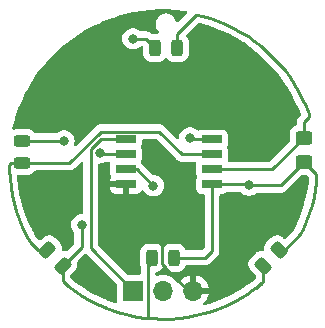
<source format=gbr>
%TF.GenerationSoftware,KiCad,Pcbnew,7.0.10*%
%TF.CreationDate,2024-09-02T03:13:39+05:30*%
%TF.ProjectId,Ki-demo,4b692d64-656d-46f2-9e6b-696361645f70,rev?*%
%TF.SameCoordinates,Original*%
%TF.FileFunction,Copper,L1,Top*%
%TF.FilePolarity,Positive*%
%FSLAX46Y46*%
G04 Gerber Fmt 4.6, Leading zero omitted, Abs format (unit mm)*
G04 Created by KiCad (PCBNEW 7.0.10) date 2024-09-02 03:13:39*
%MOMM*%
%LPD*%
G01*
G04 APERTURE LIST*
G04 Aperture macros list*
%AMRoundRect*
0 Rectangle with rounded corners*
0 $1 Rounding radius*
0 $2 $3 $4 $5 $6 $7 $8 $9 X,Y pos of 4 corners*
0 Add a 4 corners polygon primitive as box body*
4,1,4,$2,$3,$4,$5,$6,$7,$8,$9,$2,$3,0*
0 Add four circle primitives for the rounded corners*
1,1,$1+$1,$2,$3*
1,1,$1+$1,$4,$5*
1,1,$1+$1,$6,$7*
1,1,$1+$1,$8,$9*
0 Add four rect primitives between the rounded corners*
20,1,$1+$1,$2,$3,$4,$5,0*
20,1,$1+$1,$4,$5,$6,$7,0*
20,1,$1+$1,$6,$7,$8,$9,0*
20,1,$1+$1,$8,$9,$2,$3,0*%
G04 Aperture macros list end*
%TA.AperFunction,SMDPad,CuDef*%
%ADD10R,1.700000X0.650000*%
%TD*%
%TA.AperFunction,ComponentPad*%
%ADD11R,1.700000X1.700000*%
%TD*%
%TA.AperFunction,ComponentPad*%
%ADD12O,1.700000X1.700000*%
%TD*%
%TA.AperFunction,SMDPad,CuDef*%
%ADD13RoundRect,0.243750X-0.243750X-0.456250X0.243750X-0.456250X0.243750X0.456250X-0.243750X0.456250X0*%
%TD*%
%TA.AperFunction,SMDPad,CuDef*%
%ADD14RoundRect,0.243750X0.494975X0.150260X0.150260X0.494975X-0.494975X-0.150260X-0.150260X-0.494975X0*%
%TD*%
%TA.AperFunction,SMDPad,CuDef*%
%ADD15RoundRect,0.243750X0.456250X-0.243750X0.456250X0.243750X-0.456250X0.243750X-0.456250X-0.243750X0*%
%TD*%
%TA.AperFunction,SMDPad,CuDef*%
%ADD16RoundRect,0.243750X-0.150260X0.494975X-0.494975X0.150260X0.150260X-0.494975X0.494975X-0.150260X0*%
%TD*%
%TA.AperFunction,SMDPad,CuDef*%
%ADD17RoundRect,0.250000X0.450000X-0.325000X0.450000X0.325000X-0.450000X0.325000X-0.450000X-0.325000X0*%
%TD*%
%TA.AperFunction,SMDPad,CuDef*%
%ADD18RoundRect,0.243750X0.243750X0.456250X-0.243750X0.456250X-0.243750X-0.456250X0.243750X-0.456250X0*%
%TD*%
%TA.AperFunction,ViaPad*%
%ADD19C,0.800000*%
%TD*%
%TA.AperFunction,Conductor*%
%ADD20C,0.250000*%
%TD*%
G04 APERTURE END LIST*
D10*
%TO.P,U1,1,~{RESET}/PB5*%
%TO.N,R*%
X88298000Y-51943000D03*
%TO.P,U1,2,XTAL1/PB3*%
%TO.N,Net-(SW1-A)*%
X88298000Y-53213000D03*
%TO.P,U1,3,XTAL2/PB4*%
%TO.N,Net-(SW1-B)*%
X88298000Y-54483000D03*
%TO.P,U1,4,GND*%
%TO.N,GND*%
X88298000Y-55753000D03*
%TO.P,U1,5,AREF/PB0*%
%TO.N,GP0*%
X95598000Y-55753000D03*
%TO.P,U1,6,PB1*%
%TO.N,GP1*%
X95598000Y-54483000D03*
%TO.P,U1,7,PB2*%
%TO.N,GP2*%
X95598000Y-53213000D03*
%TO.P,U1,8,VCC*%
%TO.N,VCC*%
X95598000Y-51943000D03*
%TD*%
D11*
%TO.P,J1,1,Pin_1*%
%TO.N,R*%
X88915000Y-64745000D03*
D12*
%TO.P,J1,2,Pin_2*%
%TO.N,VCC*%
X91455000Y-64745000D03*
%TO.P,J1,3,Pin_3*%
%TO.N,GND*%
X93995000Y-64745000D03*
%TD*%
D13*
%TO.P,D6,1,K*%
%TO.N,Net-(D3-A)*%
X90502500Y-61976000D03*
%TO.P,D6,2,A*%
%TO.N,GP0*%
X92377500Y-61976000D03*
%TD*%
D14*
%TO.P,D5,1,K*%
%TO.N,Net-(D3-A)*%
X82958913Y-62638913D03*
%TO.P,D5,2,A*%
%TO.N,GP2*%
X81633087Y-61313087D03*
%TD*%
D15*
%TO.P,D4,1,K*%
%TO.N,GP2*%
X79502000Y-53945000D03*
%TO.P,D4,2,A*%
%TO.N,Net-(D3-A)*%
X79502000Y-52070000D03*
%TD*%
D16*
%TO.P,D3,1,K*%
%TO.N,GP0*%
X101246913Y-61313087D03*
%TO.P,D3,2,A*%
%TO.N,Net-(D3-A)*%
X99921087Y-62638913D03*
%TD*%
D17*
%TO.P,D2,1,K*%
%TO.N,GP0*%
X103378000Y-53857000D03*
%TO.P,D2,2,A*%
%TO.N,GP1*%
X103378000Y-51807000D03*
%TD*%
D18*
%TO.P,D1,1,K*%
%TO.N,GP1*%
X92631500Y-44196000D03*
%TO.P,D1,2,A*%
%TO.N,GP0*%
X90756500Y-44196000D03*
%TD*%
D19*
%TO.N,GND*%
X84836000Y-63500000D03*
X81534000Y-57150000D03*
X83058000Y-48006000D03*
X99314000Y-48514000D03*
%TO.N,GP0*%
X98721204Y-55835443D03*
X88900000Y-43433996D03*
%TO.N,Net-(SW1-B)*%
X90614459Y-55867253D03*
%TO.N,Net-(SW1-A)*%
X86106000Y-53086000D03*
%TO.N,VCC*%
X93726000Y-51816002D03*
%TO.N,Net-(D3-A)*%
X83058000Y-52070000D03*
X84569000Y-59182000D03*
%TD*%
D20*
%TO.N,GP0*%
X90756500Y-44196000D02*
X89994496Y-43433996D01*
X89994496Y-43433996D02*
X88900000Y-43433996D01*
%TO.N,VCC*%
X95598000Y-51943000D02*
X93852998Y-51943000D01*
X93852998Y-51943000D02*
X93726000Y-51816002D01*
%TO.N,GP2*%
X93043500Y-53213000D02*
X95598000Y-53213000D01*
X86168488Y-51291100D02*
X91121600Y-51291100D01*
X83514588Y-53945000D02*
X86168488Y-51291100D01*
X79502000Y-53945000D02*
X83514588Y-53945000D01*
X91121600Y-51291100D02*
X93043500Y-53213000D01*
X78575029Y-53945000D02*
X79502000Y-53945000D01*
X78424159Y-54095870D02*
X78575029Y-53945000D01*
X78427023Y-54541699D02*
X78424159Y-54095870D01*
X78470472Y-55252390D02*
X78427023Y-54541699D01*
X78552664Y-55959627D02*
X78470472Y-55252390D01*
X78673358Y-56661335D02*
X78552664Y-55959627D01*
X78832190Y-57355400D02*
X78673358Y-56661335D01*
X79028693Y-58039773D02*
X78832190Y-57355400D01*
X79532232Y-59371230D02*
X79262266Y-58712366D01*
X79262266Y-58712366D02*
X79028693Y-58039773D01*
X79837762Y-60014339D02*
X79532232Y-59371230D01*
X80154286Y-60596286D02*
X79837762Y-60014339D01*
X80871087Y-61313087D02*
X80154286Y-60596286D01*
X81633087Y-61313087D02*
X80871087Y-61313087D01*
%TO.N,GND*%
X88298000Y-56802000D02*
X88298000Y-55753000D01*
X91326800Y-59830800D02*
X88298000Y-56802000D01*
X91326800Y-62473400D02*
X91326800Y-59830800D01*
X93598400Y-64745000D02*
X91326800Y-62473400D01*
X93995000Y-64745000D02*
X93598400Y-64745000D01*
%TO.N,GP0*%
X101399557Y-55835443D02*
X103378000Y-53857000D01*
X98721204Y-55835443D02*
X101399557Y-55835443D01*
X94996000Y-61976000D02*
X92377500Y-61976000D01*
X95598000Y-55753000D02*
X95598000Y-61374000D01*
X95598000Y-61374000D02*
X94996000Y-61976000D01*
X95598000Y-55753000D02*
X98638761Y-55753000D01*
X98638761Y-55753000D02*
X98721204Y-55835443D01*
%TO.N,R*%
X86152984Y-51943000D02*
X88298000Y-51943000D01*
X85331000Y-61161000D02*
X85331000Y-52764984D01*
X85331000Y-52764984D02*
X86152984Y-51943000D01*
X88915000Y-64745000D02*
X85331000Y-61161000D01*
%TO.N,Net-(SW1-A)*%
X86233000Y-53213000D02*
X86106000Y-53086000D01*
X88298000Y-53213000D02*
X86233000Y-53213000D01*
%TO.N,Net-(D3-A)*%
X82958913Y-62638913D02*
X84569000Y-61028826D01*
X84569000Y-61028826D02*
X84569000Y-59182000D01*
%TO.N,GP1*%
X100702000Y-54483000D02*
X103378000Y-51807000D01*
X95598000Y-54483000D02*
X100702000Y-54483000D01*
X103765185Y-49826336D02*
X103837175Y-50053475D01*
X103513323Y-49160361D02*
X103765185Y-49826336D01*
X102902477Y-47874590D02*
X103225462Y-48509121D01*
X102545319Y-47258641D02*
X102902477Y-47874590D01*
X102155056Y-46663110D02*
X102545319Y-47258641D01*
X101732850Y-46089775D02*
X102155056Y-46663110D01*
X103225462Y-48509121D02*
X103513323Y-49160361D01*
X101279981Y-45540372D02*
X101732850Y-46089775D01*
X100797758Y-45016491D02*
X101279981Y-45540372D01*
X100287673Y-44519750D02*
X100797758Y-45016491D01*
X99751204Y-44051590D02*
X100287673Y-44519750D01*
X99189983Y-43613436D02*
X99751204Y-44051590D01*
X98605663Y-43206576D02*
X99189983Y-43613436D01*
X97999995Y-42832234D02*
X98605663Y-43206576D01*
X97374801Y-42491530D02*
X97999995Y-42832234D01*
X103378000Y-50512650D02*
X103378000Y-51807000D01*
X96731924Y-42185472D02*
X97374801Y-42491530D01*
X95400869Y-41680852D02*
X96073290Y-41914976D01*
X103837175Y-50053475D02*
X103378000Y-50512650D01*
X94716669Y-41483798D02*
X95400869Y-41680852D01*
X94360556Y-41402000D02*
X94716669Y-41483798D01*
X92631500Y-43004500D02*
X94234000Y-41402000D01*
X96073290Y-41914976D02*
X96731924Y-42185472D01*
X92631500Y-44196000D02*
X92631500Y-43004500D01*
X94234000Y-41402000D02*
X94360556Y-41402000D01*
%TO.N,Net-(D3-A)*%
X90170000Y-62308500D02*
X90170000Y-67067823D01*
X90502500Y-61976000D02*
X90170000Y-62308500D01*
X99232835Y-64555598D02*
X99324097Y-64490296D01*
X99017063Y-64709994D02*
X99232835Y-64555598D01*
X98745062Y-64904623D02*
X99017063Y-64709994D01*
X98552000Y-65027404D02*
X98734395Y-64911407D01*
X98734395Y-64911407D02*
X98745062Y-64904623D01*
X99324097Y-64490296D02*
X99769313Y-64133409D01*
X87543146Y-66530106D02*
X87167379Y-66410675D01*
X99921087Y-62638913D02*
X99921087Y-63975548D01*
X99921087Y-63975548D02*
X99738634Y-64158001D01*
X98144242Y-65286725D02*
X97523479Y-65635431D01*
X87167379Y-66410675D02*
X86591172Y-66192228D01*
X98552000Y-65027404D02*
X98144242Y-65286725D01*
X97523479Y-65635431D02*
X96884589Y-65949724D01*
X96884589Y-65949724D02*
X96229485Y-66228659D01*
X96229485Y-66228659D02*
X96049310Y-66294000D01*
X96049310Y-66294000D02*
X96012000Y-66294000D01*
X96012000Y-66294000D02*
X95990770Y-66315230D01*
X91198251Y-67123329D02*
X91192245Y-67129335D01*
X95990770Y-66315230D02*
X95560147Y-66471397D01*
X95560147Y-66471397D02*
X94878519Y-66677229D01*
X94878519Y-66677229D02*
X94186689Y-66845527D01*
X89937971Y-67047074D02*
X89233318Y-66945021D01*
X94186689Y-66845527D02*
X93486687Y-66975795D01*
X93486687Y-66975795D02*
X92780637Y-67067640D01*
X92780637Y-67067640D02*
X92070614Y-67120791D01*
X92070614Y-67120791D02*
X91944251Y-67123329D01*
X91944251Y-67123329D02*
X91198251Y-67123329D01*
X91192245Y-67129335D02*
X90647143Y-67110492D01*
X88535281Y-66804639D02*
X87985773Y-66662512D01*
X90647143Y-67110492D02*
X89937971Y-67047074D01*
X89233318Y-66945021D02*
X88535281Y-66804639D01*
X87985773Y-66662512D02*
X87845960Y-66626350D01*
X87845960Y-66626350D02*
X87543146Y-66530106D01*
X86591172Y-66192228D02*
X86501622Y-66158278D01*
X86501622Y-66158278D02*
X85850622Y-65869892D01*
X85850622Y-65869892D02*
X85521480Y-65702018D01*
X83432489Y-64375323D02*
X82958913Y-63901747D01*
X84005467Y-64797983D02*
X83432489Y-64375323D01*
X82958913Y-63901747D02*
X82958913Y-62638913D01*
X84600680Y-65188729D02*
X84005467Y-64797983D01*
X85216348Y-65546390D02*
X84600680Y-65188729D01*
X86490003Y-66153131D02*
X85850622Y-65869892D01*
X85850622Y-65869892D02*
X85216348Y-65546390D01*
%TO.N,GP0*%
X101754900Y-61313100D02*
X101246900Y-61313100D01*
X103074222Y-59993778D02*
X101754900Y-61313100D01*
X103296352Y-59543155D02*
X103074222Y-59993778D01*
X103575815Y-58888286D02*
X103296352Y-59543155D01*
X103819107Y-58219114D02*
X103575815Y-58888286D01*
X104194346Y-56845966D02*
X104025477Y-57537701D01*
X104394000Y-55620339D02*
X104325173Y-56146108D01*
X104394000Y-54873000D02*
X104394000Y-55620339D01*
X104025477Y-57537701D02*
X103819107Y-58219114D01*
X103378000Y-53857000D02*
X104394000Y-54873000D01*
X104325173Y-56146108D02*
X104194346Y-56845966D01*
%TO.N,Net-(D3-A)*%
X79677500Y-52070000D02*
X79502000Y-51894500D01*
X83058000Y-52070000D02*
X79677500Y-52070000D01*
%TO.N,Net-(SW1-B)*%
X89230206Y-54483000D02*
X88298000Y-54483000D01*
X90614459Y-55867253D02*
X89230206Y-54483000D01*
%TO.N,Net-(D3-A)*%
X90223400Y-62255100D02*
X90502500Y-61976000D01*
X90223400Y-62638900D02*
X90223400Y-62255100D01*
%TD*%
%TA.AperFunction,Conductor*%
%TO.N,GND*%
G36*
X103584585Y-54952184D02*
G01*
X103605222Y-54968813D01*
X103732182Y-55095772D01*
X103765666Y-55157093D01*
X103768500Y-55183452D01*
X103768500Y-55571488D01*
X103767451Y-55587583D01*
X103707623Y-56044600D01*
X103706561Y-56051290D01*
X103583258Y-56710904D01*
X103581831Y-56717527D01*
X103422681Y-57369447D01*
X103420896Y-57375981D01*
X103226396Y-58018202D01*
X103224256Y-58024629D01*
X102994962Y-58655303D01*
X102992474Y-58661604D01*
X102729078Y-59278824D01*
X102726250Y-59284980D01*
X102567921Y-59606172D01*
X102544381Y-59639027D01*
X101844920Y-60338489D01*
X101783597Y-60371974D01*
X101713906Y-60366990D01*
X101669558Y-60338489D01*
X101587846Y-60256777D01*
X101571902Y-60243789D01*
X101508410Y-60192067D01*
X101352934Y-60113985D01*
X101183643Y-60073862D01*
X101009662Y-60073862D01*
X100896801Y-60100610D01*
X100840370Y-60113985D01*
X100762633Y-60153026D01*
X100684896Y-60192067D01*
X100672455Y-60202202D01*
X100605459Y-60256777D01*
X100190603Y-60671633D01*
X100158248Y-60711352D01*
X100125893Y-60751070D01*
X100098279Y-60806054D01*
X100047811Y-60906544D01*
X100007688Y-61075837D01*
X100007688Y-61249817D01*
X100007880Y-61250628D01*
X100007849Y-61251202D01*
X100008526Y-61256990D01*
X100007536Y-61257105D01*
X100004185Y-61320400D01*
X99963355Y-61377098D01*
X99898353Y-61402721D01*
X99865012Y-61400336D01*
X99864990Y-61400526D01*
X99860780Y-61400033D01*
X99858628Y-61399880D01*
X99857818Y-61399688D01*
X99857817Y-61399688D01*
X99683836Y-61399688D01*
X99588944Y-61422178D01*
X99514544Y-61439811D01*
X99454131Y-61470152D01*
X99359070Y-61517893D01*
X99319788Y-61549893D01*
X99279633Y-61582603D01*
X98864777Y-61997459D01*
X98832422Y-62037178D01*
X98800067Y-62076896D01*
X98761026Y-62154633D01*
X98721985Y-62232370D01*
X98721985Y-62232371D01*
X98681862Y-62401662D01*
X98681862Y-62575643D01*
X98721985Y-62744934D01*
X98800067Y-62900410D01*
X98864369Y-62979345D01*
X98864777Y-62979846D01*
X99259268Y-63374337D01*
X99292753Y-63435660D01*
X99295587Y-63462018D01*
X99295587Y-63651967D01*
X99275902Y-63719006D01*
X99249144Y-63748719D01*
X98948853Y-63989433D01*
X98943454Y-63993524D01*
X98840815Y-64066967D01*
X98840813Y-64066969D01*
X98687142Y-64176930D01*
X98687140Y-64176931D01*
X98397730Y-64384015D01*
X98392117Y-64387804D01*
X98283013Y-64457192D01*
X98283012Y-64457193D01*
X98283010Y-64457194D01*
X98212704Y-64501905D01*
X97825845Y-64747934D01*
X97820032Y-64751411D01*
X97235006Y-65080044D01*
X97229012Y-65083200D01*
X96626871Y-65379415D01*
X96620712Y-65382238D01*
X96003279Y-65645133D01*
X95996977Y-65647615D01*
X95952039Y-65663912D01*
X95921049Y-65669862D01*
X95921082Y-65670069D01*
X95914751Y-65671071D01*
X95913673Y-65671279D01*
X95913387Y-65671288D01*
X95913366Y-65671291D01*
X95894126Y-65676880D01*
X95875087Y-65680823D01*
X95855217Y-65683334D01*
X95855203Y-65683337D01*
X95814598Y-65699413D01*
X95803554Y-65703194D01*
X95761614Y-65715379D01*
X95761608Y-65715382D01*
X95744363Y-65725580D01*
X95726907Y-65734132D01*
X95708270Y-65741512D01*
X95708264Y-65741515D01*
X95692729Y-65752802D01*
X95662124Y-65769051D01*
X95366147Y-65876388D01*
X95359718Y-65878523D01*
X94988472Y-65990629D01*
X94918604Y-65991164D01*
X94859538Y-65953842D01*
X94830027Y-65890510D01*
X94839440Y-65821278D01*
X94864945Y-65784242D01*
X95033105Y-65616082D01*
X95168600Y-65422578D01*
X95268429Y-65208492D01*
X95268432Y-65208486D01*
X95325636Y-64995000D01*
X94428686Y-64995000D01*
X94454493Y-64954844D01*
X94495000Y-64816889D01*
X94495000Y-64673111D01*
X94454493Y-64535156D01*
X94428686Y-64495000D01*
X95325636Y-64495000D01*
X95325635Y-64494999D01*
X95268432Y-64281513D01*
X95268429Y-64281507D01*
X95168600Y-64067422D01*
X95168599Y-64067420D01*
X95033113Y-63873926D01*
X95033108Y-63873920D01*
X94866082Y-63706894D01*
X94672578Y-63571399D01*
X94458492Y-63471570D01*
X94458486Y-63471567D01*
X94245000Y-63414364D01*
X94245000Y-64309498D01*
X94137315Y-64260320D01*
X94030763Y-64245000D01*
X93959237Y-64245000D01*
X93852685Y-64260320D01*
X93745000Y-64309498D01*
X93745000Y-63414364D01*
X93744999Y-63414364D01*
X93531513Y-63471567D01*
X93531507Y-63471570D01*
X93317422Y-63571399D01*
X93317420Y-63571400D01*
X93123926Y-63706886D01*
X93123920Y-63706891D01*
X92956891Y-63873920D01*
X92956890Y-63873922D01*
X92826880Y-64059595D01*
X92772303Y-64103219D01*
X92702804Y-64110412D01*
X92640450Y-64078890D01*
X92623730Y-64059594D01*
X92493494Y-63873597D01*
X92326402Y-63706506D01*
X92326395Y-63706501D01*
X92132834Y-63570967D01*
X92132830Y-63570965D01*
X91960594Y-63490650D01*
X91918663Y-63471097D01*
X91918659Y-63471096D01*
X91918655Y-63471094D01*
X91690413Y-63409938D01*
X91690403Y-63409936D01*
X91455001Y-63389341D01*
X91454999Y-63389341D01*
X91219596Y-63409936D01*
X91219586Y-63409938D01*
X90991344Y-63471094D01*
X90991334Y-63471098D01*
X90971903Y-63480159D01*
X90902825Y-63490650D01*
X90839042Y-63462129D01*
X90800803Y-63403652D01*
X90795500Y-63367776D01*
X90795500Y-63288245D01*
X90815185Y-63221206D01*
X90867989Y-63175451D01*
X90893555Y-63166990D01*
X90897769Y-63166087D01*
X90897775Y-63166087D01*
X91062925Y-63111362D01*
X91211003Y-63020026D01*
X91334026Y-62897003D01*
X91334458Y-62896301D01*
X91334881Y-62895921D01*
X91338507Y-62891336D01*
X91339290Y-62891955D01*
X91386402Y-62849575D01*
X91455364Y-62838349D01*
X91519448Y-62866188D01*
X91541342Y-62891455D01*
X91541493Y-62891336D01*
X91544143Y-62894687D01*
X91545540Y-62896299D01*
X91545972Y-62896999D01*
X91545975Y-62897004D01*
X91668996Y-63020025D01*
X91669000Y-63020028D01*
X91817066Y-63111357D01*
X91817069Y-63111358D01*
X91817075Y-63111362D01*
X91982225Y-63166087D01*
X92084152Y-63176500D01*
X92084157Y-63176500D01*
X92670843Y-63176500D01*
X92670848Y-63176500D01*
X92772775Y-63166087D01*
X92937925Y-63111362D01*
X93086003Y-63020026D01*
X93209026Y-62897003D01*
X93300362Y-62748925D01*
X93321049Y-62686495D01*
X93360822Y-62629051D01*
X93425338Y-62602228D01*
X93438755Y-62601500D01*
X94913257Y-62601500D01*
X94928877Y-62603224D01*
X94928904Y-62602939D01*
X94936660Y-62603671D01*
X94936667Y-62603673D01*
X95003873Y-62601561D01*
X95007768Y-62601500D01*
X95035346Y-62601500D01*
X95035350Y-62601500D01*
X95039324Y-62600997D01*
X95050963Y-62600080D01*
X95094627Y-62598709D01*
X95113869Y-62593117D01*
X95132912Y-62589174D01*
X95152792Y-62586664D01*
X95193401Y-62570585D01*
X95204444Y-62566803D01*
X95246390Y-62554618D01*
X95263629Y-62544422D01*
X95281103Y-62535862D01*
X95299727Y-62528488D01*
X95299727Y-62528487D01*
X95299732Y-62528486D01*
X95335083Y-62502800D01*
X95344814Y-62496408D01*
X95382420Y-62474170D01*
X95396589Y-62459999D01*
X95411379Y-62447368D01*
X95427587Y-62435594D01*
X95455438Y-62401926D01*
X95463279Y-62393309D01*
X95981786Y-61874802D01*
X95994048Y-61864980D01*
X95993865Y-61864759D01*
X95999868Y-61859791D01*
X95999877Y-61859786D01*
X96045934Y-61810739D01*
X96048582Y-61808006D01*
X96068120Y-61788470D01*
X96070570Y-61785310D01*
X96078154Y-61776429D01*
X96108062Y-61744582D01*
X96117714Y-61727023D01*
X96128389Y-61710772D01*
X96140674Y-61694936D01*
X96158030Y-61654825D01*
X96163161Y-61644354D01*
X96184194Y-61606098D01*
X96184194Y-61606097D01*
X96184197Y-61606092D01*
X96189180Y-61586680D01*
X96195477Y-61568291D01*
X96203438Y-61549895D01*
X96210270Y-61506748D01*
X96212639Y-61495316D01*
X96215374Y-61484662D01*
X96223500Y-61453019D01*
X96223500Y-61432983D01*
X96225027Y-61413582D01*
X96226113Y-61406726D01*
X96228160Y-61393804D01*
X96224050Y-61350324D01*
X96223500Y-61338655D01*
X96223500Y-56702499D01*
X96243185Y-56635460D01*
X96295989Y-56589705D01*
X96347500Y-56578499D01*
X96495871Y-56578499D01*
X96495872Y-56578499D01*
X96555483Y-56572091D01*
X96690331Y-56521796D01*
X96805546Y-56435546D01*
X96811052Y-56428191D01*
X96866985Y-56386319D01*
X96910320Y-56378500D01*
X97943224Y-56378500D01*
X98010263Y-56398185D01*
X98035373Y-56419527D01*
X98049476Y-56435190D01*
X98115333Y-56508331D01*
X98115339Y-56508336D01*
X98268469Y-56619591D01*
X98268474Y-56619594D01*
X98441396Y-56696585D01*
X98441401Y-56696587D01*
X98626558Y-56735943D01*
X98626559Y-56735943D01*
X98815848Y-56735943D01*
X98815850Y-56735943D01*
X99001007Y-56696587D01*
X99173934Y-56619594D01*
X99327075Y-56508331D01*
X99329992Y-56505090D01*
X99332804Y-56501969D01*
X99392291Y-56465322D01*
X99424952Y-56460943D01*
X101316814Y-56460943D01*
X101332434Y-56462667D01*
X101332461Y-56462382D01*
X101340217Y-56463114D01*
X101340224Y-56463116D01*
X101407430Y-56461004D01*
X101411325Y-56460943D01*
X101438903Y-56460943D01*
X101438907Y-56460943D01*
X101442881Y-56460440D01*
X101454520Y-56459523D01*
X101498184Y-56458152D01*
X101517426Y-56452560D01*
X101536469Y-56448617D01*
X101556349Y-56446107D01*
X101596958Y-56430028D01*
X101608001Y-56426246D01*
X101649947Y-56414061D01*
X101667186Y-56403865D01*
X101684660Y-56395305D01*
X101703284Y-56387931D01*
X101703284Y-56387930D01*
X101703289Y-56387929D01*
X101738640Y-56362243D01*
X101748371Y-56355851D01*
X101785977Y-56333613D01*
X101800146Y-56319442D01*
X101814936Y-56306811D01*
X101831144Y-56295037D01*
X101858995Y-56261369D01*
X101866836Y-56252752D01*
X103150771Y-54968818D01*
X103212094Y-54935333D01*
X103238452Y-54932499D01*
X103517546Y-54932499D01*
X103584585Y-54952184D01*
G37*
%TD.AperFunction*%
%TA.AperFunction,Conductor*%
G36*
X84927246Y-61657682D02*
G01*
X84971593Y-61686183D01*
X87528181Y-64242771D01*
X87561666Y-64304094D01*
X87564500Y-64330452D01*
X87564500Y-65642870D01*
X87564501Y-65642879D01*
X87570637Y-65699960D01*
X87558230Y-65768719D01*
X87510618Y-65819855D01*
X87442918Y-65837133D01*
X87409788Y-65831387D01*
X87376364Y-65820764D01*
X87369966Y-65818536D01*
X86788423Y-65598066D01*
X86788417Y-65598063D01*
X86742500Y-65580655D01*
X86736235Y-65578082D01*
X86122695Y-65306291D01*
X86116579Y-65303379D01*
X85770621Y-65126929D01*
X85770619Y-65126927D01*
X85518780Y-64998481D01*
X85512840Y-64995244D01*
X84932594Y-64658160D01*
X84926836Y-64654602D01*
X84365826Y-64286309D01*
X84360292Y-64282456D01*
X83849074Y-63905353D01*
X83835002Y-63893246D01*
X83620732Y-63678975D01*
X83587247Y-63617652D01*
X83584413Y-63591294D01*
X83584413Y-63462018D01*
X83604098Y-63394979D01*
X83620732Y-63374337D01*
X83773863Y-63221206D01*
X84015223Y-62979846D01*
X84079933Y-62900410D01*
X84158015Y-62744934D01*
X84198138Y-62575643D01*
X84198138Y-62401662D01*
X84191608Y-62374111D01*
X84195298Y-62304341D01*
X84224581Y-62257833D01*
X84796235Y-61686180D01*
X84857554Y-61652698D01*
X84927246Y-61657682D01*
G37*
%TD.AperFunction*%
%TA.AperFunction,Conductor*%
G36*
X90878187Y-51936285D02*
G01*
X90898829Y-51952919D01*
X92542697Y-53596788D01*
X92552522Y-53609051D01*
X92552743Y-53608869D01*
X92557711Y-53614874D01*
X92606722Y-53660899D01*
X92609521Y-53663612D01*
X92629022Y-53683114D01*
X92629026Y-53683117D01*
X92629029Y-53683120D01*
X92632202Y-53685581D01*
X92641074Y-53693159D01*
X92672918Y-53723062D01*
X92690476Y-53732714D01*
X92706733Y-53743393D01*
X92722564Y-53755673D01*
X92752303Y-53768542D01*
X92762652Y-53773021D01*
X92773141Y-53778160D01*
X92790560Y-53787736D01*
X92811408Y-53799197D01*
X92824023Y-53802435D01*
X92830805Y-53804177D01*
X92849219Y-53810481D01*
X92867604Y-53818438D01*
X92910761Y-53825273D01*
X92922156Y-53827632D01*
X92964481Y-53838500D01*
X92984516Y-53838500D01*
X93003913Y-53840026D01*
X93023696Y-53843160D01*
X93067175Y-53839050D01*
X93078844Y-53838500D01*
X94154393Y-53838500D01*
X94221432Y-53858185D01*
X94267187Y-53910989D01*
X94277131Y-53980147D01*
X94270575Y-54005833D01*
X94256541Y-54043461D01*
X94253909Y-54050517D01*
X94247500Y-54110127D01*
X94247500Y-54110134D01*
X94247500Y-54110135D01*
X94247500Y-54855870D01*
X94247501Y-54855876D01*
X94253908Y-54915483D01*
X94304202Y-55050328D01*
X94308454Y-55058114D01*
X94305280Y-55059846D01*
X94323659Y-55109302D01*
X94308725Y-55177557D01*
X94308117Y-55178502D01*
X94304202Y-55185671D01*
X94253910Y-55320513D01*
X94253909Y-55320517D01*
X94247500Y-55380127D01*
X94247500Y-55380134D01*
X94247500Y-55380135D01*
X94247500Y-56125870D01*
X94247501Y-56125876D01*
X94253908Y-56185483D01*
X94304202Y-56320328D01*
X94304206Y-56320335D01*
X94390452Y-56435544D01*
X94390455Y-56435547D01*
X94505664Y-56521793D01*
X94505671Y-56521797D01*
X94541454Y-56535143D01*
X94640517Y-56572091D01*
X94700127Y-56578500D01*
X94848500Y-56578499D01*
X94915539Y-56598183D01*
X94961294Y-56650987D01*
X94972500Y-56702499D01*
X94972500Y-61063547D01*
X94952815Y-61130586D01*
X94936181Y-61151228D01*
X94773228Y-61314181D01*
X94711905Y-61347666D01*
X94685547Y-61350500D01*
X93438755Y-61350500D01*
X93371716Y-61330815D01*
X93325961Y-61278011D01*
X93321049Y-61265504D01*
X93316310Y-61251202D01*
X93300362Y-61203075D01*
X93300356Y-61203066D01*
X93209028Y-61055000D01*
X93209025Y-61054996D01*
X93086003Y-60931974D01*
X93085999Y-60931971D01*
X92937933Y-60840642D01*
X92937927Y-60840639D01*
X92937925Y-60840638D01*
X92833557Y-60806054D01*
X92772776Y-60785913D01*
X92670855Y-60775500D01*
X92670848Y-60775500D01*
X92084152Y-60775500D01*
X92084144Y-60775500D01*
X91982223Y-60785913D01*
X91817077Y-60840637D01*
X91817066Y-60840642D01*
X91669000Y-60931971D01*
X91668996Y-60931974D01*
X91545974Y-61054996D01*
X91545971Y-61055000D01*
X91545538Y-61055703D01*
X91545114Y-61056083D01*
X91541493Y-61060664D01*
X91540710Y-61060045D01*
X91493590Y-61102428D01*
X91424628Y-61113649D01*
X91360546Y-61085806D01*
X91338657Y-61060544D01*
X91338507Y-61060664D01*
X91335859Y-61057315D01*
X91334462Y-61055703D01*
X91334028Y-61055000D01*
X91334025Y-61054996D01*
X91211003Y-60931974D01*
X91210999Y-60931971D01*
X91062933Y-60840642D01*
X91062927Y-60840639D01*
X91062925Y-60840638D01*
X90958557Y-60806054D01*
X90897776Y-60785913D01*
X90795855Y-60775500D01*
X90795848Y-60775500D01*
X90209152Y-60775500D01*
X90209144Y-60775500D01*
X90107223Y-60785913D01*
X89942077Y-60840637D01*
X89942066Y-60840642D01*
X89794000Y-60931971D01*
X89793996Y-60931974D01*
X89670974Y-61054996D01*
X89670971Y-61055000D01*
X89579642Y-61203066D01*
X89579637Y-61203077D01*
X89524913Y-61368223D01*
X89514500Y-61470144D01*
X89514500Y-62481857D01*
X89524912Y-62583768D01*
X89524913Y-62583776D01*
X89538206Y-62623889D01*
X89544500Y-62662893D01*
X89544500Y-63270500D01*
X89524815Y-63337539D01*
X89472011Y-63383294D01*
X89420500Y-63394500D01*
X88500453Y-63394500D01*
X88433414Y-63374815D01*
X88412772Y-63358181D01*
X85992819Y-60938228D01*
X85959334Y-60876905D01*
X85956500Y-60850547D01*
X85956500Y-56003000D01*
X86948000Y-56003000D01*
X86948000Y-56125844D01*
X86954401Y-56185372D01*
X86954403Y-56185379D01*
X87004645Y-56320086D01*
X87004649Y-56320093D01*
X87090809Y-56435187D01*
X87090812Y-56435190D01*
X87205906Y-56521350D01*
X87205913Y-56521354D01*
X87340620Y-56571596D01*
X87340627Y-56571598D01*
X87400155Y-56577999D01*
X87400172Y-56578000D01*
X88048000Y-56578000D01*
X88048000Y-56003000D01*
X86948000Y-56003000D01*
X85956500Y-56003000D01*
X85956500Y-54110500D01*
X85976185Y-54043461D01*
X86028989Y-53997706D01*
X86080500Y-53986500D01*
X86200644Y-53986500D01*
X86200646Y-53986500D01*
X86385803Y-53947144D01*
X86558730Y-53870151D01*
X86569698Y-53862181D01*
X86635504Y-53838702D01*
X86642584Y-53838500D01*
X86854393Y-53838500D01*
X86921432Y-53858185D01*
X86967187Y-53910989D01*
X86977131Y-53980147D01*
X86970575Y-54005833D01*
X86956541Y-54043461D01*
X86953909Y-54050517D01*
X86947500Y-54110127D01*
X86947500Y-54110134D01*
X86947500Y-54110135D01*
X86947500Y-54855870D01*
X86947501Y-54855876D01*
X86953908Y-54915483D01*
X87004202Y-55050327D01*
X87008452Y-55058109D01*
X87005394Y-55059778D01*
X87023963Y-55109594D01*
X87009098Y-55177864D01*
X87008717Y-55178457D01*
X87004645Y-55185913D01*
X86954403Y-55320620D01*
X86954401Y-55320627D01*
X86948000Y-55380155D01*
X86948000Y-55503000D01*
X88424000Y-55503000D01*
X88491039Y-55522685D01*
X88536794Y-55575489D01*
X88548000Y-55627000D01*
X88548000Y-56578000D01*
X89195828Y-56578000D01*
X89195844Y-56577999D01*
X89255372Y-56571598D01*
X89255379Y-56571596D01*
X89390086Y-56521354D01*
X89390093Y-56521350D01*
X89505187Y-56435190D01*
X89505190Y-56435187D01*
X89591350Y-56320093D01*
X89591351Y-56320091D01*
X89595431Y-56309153D01*
X89637301Y-56253218D01*
X89702764Y-56228798D01*
X89771038Y-56243647D01*
X89819002Y-56290482D01*
X89881924Y-56399467D01*
X90008588Y-56540141D01*
X90161724Y-56651401D01*
X90161729Y-56651404D01*
X90334651Y-56728395D01*
X90334656Y-56728397D01*
X90519813Y-56767753D01*
X90519814Y-56767753D01*
X90709103Y-56767753D01*
X90709105Y-56767753D01*
X90894262Y-56728397D01*
X91067189Y-56651404D01*
X91220330Y-56540141D01*
X91346992Y-56399469D01*
X91441638Y-56235537D01*
X91500133Y-56055509D01*
X91519919Y-55867253D01*
X91500133Y-55678997D01*
X91441638Y-55498969D01*
X91346992Y-55335037D01*
X91220330Y-55194365D01*
X91220329Y-55194364D01*
X91067193Y-55083104D01*
X91067188Y-55083101D01*
X90894266Y-55006110D01*
X90894261Y-55006108D01*
X90748460Y-54975118D01*
X90709105Y-54966753D01*
X90709104Y-54966753D01*
X90649912Y-54966753D01*
X90582873Y-54947068D01*
X90562231Y-54930434D01*
X89731009Y-54099212D01*
X89721186Y-54086950D01*
X89720965Y-54087134D01*
X89715992Y-54081122D01*
X89666982Y-54035099D01*
X89664183Y-54032386D01*
X89644682Y-54012884D01*
X89643222Y-54011597D01*
X89642840Y-54011042D01*
X89641921Y-54010123D01*
X89642090Y-54009953D01*
X89609045Y-53961919D01*
X89591796Y-53915669D01*
X89591790Y-53915661D01*
X89587545Y-53907885D01*
X89590755Y-53906131D01*
X89572361Y-53857001D01*
X89587127Y-53788709D01*
X89587752Y-53787736D01*
X89591797Y-53780329D01*
X89613157Y-53723059D01*
X89642091Y-53645483D01*
X89648500Y-53585873D01*
X89648499Y-52840128D01*
X89642091Y-52780517D01*
X89641340Y-52778503D01*
X89591797Y-52645670D01*
X89587547Y-52637888D01*
X89590757Y-52636134D01*
X89572361Y-52587001D01*
X89587127Y-52518709D01*
X89587752Y-52517736D01*
X89591797Y-52510329D01*
X89605285Y-52474164D01*
X89642091Y-52375483D01*
X89648500Y-52315873D01*
X89648499Y-52040598D01*
X89668183Y-51973561D01*
X89720987Y-51927806D01*
X89772499Y-51916600D01*
X90811148Y-51916600D01*
X90878187Y-51936285D01*
G37*
%TD.AperFunction*%
%TA.AperFunction,Conductor*%
G36*
X84624834Y-53821857D02*
G01*
X84680767Y-53863729D01*
X84705184Y-53929193D01*
X84705500Y-53938039D01*
X84705500Y-58157500D01*
X84685815Y-58224539D01*
X84633011Y-58270294D01*
X84581500Y-58281500D01*
X84474354Y-58281500D01*
X84441897Y-58288398D01*
X84289197Y-58320855D01*
X84289192Y-58320857D01*
X84116270Y-58397848D01*
X84116265Y-58397851D01*
X83963129Y-58509111D01*
X83836466Y-58649785D01*
X83741821Y-58813715D01*
X83741818Y-58813722D01*
X83683327Y-58993740D01*
X83683326Y-58993744D01*
X83663540Y-59182000D01*
X83683326Y-59370256D01*
X83683327Y-59370259D01*
X83741818Y-59550277D01*
X83741821Y-59550284D01*
X83836467Y-59714216D01*
X83853800Y-59733466D01*
X83911650Y-59797715D01*
X83941880Y-59860706D01*
X83943500Y-59880687D01*
X83943500Y-60718373D01*
X83923815Y-60785412D01*
X83907181Y-60806054D01*
X83339993Y-61373241D01*
X83278670Y-61406726D01*
X83223717Y-61406218D01*
X83196164Y-61399688D01*
X83022183Y-61399688D01*
X83022182Y-61399688D01*
X83021367Y-61399881D01*
X83020789Y-61399850D01*
X83015010Y-61400526D01*
X83014894Y-61399538D01*
X82951596Y-61396184D01*
X82894899Y-61355352D01*
X82869277Y-61290350D01*
X82871663Y-61257012D01*
X82871474Y-61256990D01*
X82871968Y-61252763D01*
X82872121Y-61250621D01*
X82872312Y-61249817D01*
X82872312Y-61075836D01*
X82832189Y-60906545D01*
X82754107Y-60751070D01*
X82689397Y-60671634D01*
X82274540Y-60256777D01*
X82195104Y-60192067D01*
X82039629Y-60113985D01*
X81870338Y-60073862D01*
X81696357Y-60073862D01*
X81583496Y-60100610D01*
X81527065Y-60113985D01*
X81371590Y-60192067D01*
X81292153Y-60256777D01*
X81083441Y-60465489D01*
X81022118Y-60498974D01*
X80952426Y-60493990D01*
X80908079Y-60465489D01*
X80814564Y-60371974D01*
X80673226Y-60230635D01*
X80651977Y-60202202D01*
X80603995Y-60113985D01*
X80397025Y-59733460D01*
X80393956Y-59727429D01*
X80318342Y-59568269D01*
X80105994Y-59121300D01*
X80103273Y-59115145D01*
X79848823Y-58494147D01*
X79846431Y-58487822D01*
X79626285Y-57853893D01*
X79624255Y-57847486D01*
X79439040Y-57202428D01*
X79437365Y-57195930D01*
X79287668Y-56541782D01*
X79286339Y-56535143D01*
X79172581Y-55873763D01*
X79171618Y-55867085D01*
X79094151Y-55200504D01*
X79093555Y-55193773D01*
X79093074Y-55185913D01*
X79085656Y-55064565D01*
X79101213Y-54996451D01*
X79151127Y-54947559D01*
X79209425Y-54933000D01*
X80007843Y-54933000D01*
X80007848Y-54933000D01*
X80109775Y-54922587D01*
X80274925Y-54867862D01*
X80423003Y-54776526D01*
X80546026Y-54653503D01*
X80560891Y-54629403D01*
X80612837Y-54582679D01*
X80666429Y-54570500D01*
X83431845Y-54570500D01*
X83447465Y-54572224D01*
X83447492Y-54571939D01*
X83455248Y-54572671D01*
X83455255Y-54572673D01*
X83522461Y-54570561D01*
X83526356Y-54570500D01*
X83553934Y-54570500D01*
X83553938Y-54570500D01*
X83557912Y-54569997D01*
X83569551Y-54569080D01*
X83613215Y-54567709D01*
X83632457Y-54562117D01*
X83651500Y-54558174D01*
X83671380Y-54555664D01*
X83711989Y-54539585D01*
X83723032Y-54535803D01*
X83764978Y-54523618D01*
X83782217Y-54513422D01*
X83799691Y-54504862D01*
X83818315Y-54497488D01*
X83818315Y-54497487D01*
X83818320Y-54497486D01*
X83853671Y-54471800D01*
X83863402Y-54465408D01*
X83901008Y-54443170D01*
X83915177Y-54428999D01*
X83929967Y-54416368D01*
X83946175Y-54404594D01*
X83974026Y-54370926D01*
X83981867Y-54362309D01*
X84493820Y-53850357D01*
X84555142Y-53816873D01*
X84624834Y-53821857D01*
G37*
%TD.AperFunction*%
%TA.AperFunction,Conductor*%
G36*
X91819072Y-40946660D02*
G01*
X92536433Y-40986239D01*
X92543219Y-40986802D01*
X93257295Y-41065835D01*
X93264015Y-41066766D01*
X93386880Y-41087269D01*
X93449763Y-41117719D01*
X93486202Y-41177333D01*
X93484627Y-41247185D01*
X93454149Y-41297258D01*
X92753534Y-41997873D01*
X92692211Y-42031358D01*
X92622519Y-42026374D01*
X92566586Y-41984502D01*
X92547922Y-41948510D01*
X92543244Y-41934113D01*
X92501171Y-41804624D01*
X92408814Y-41644657D01*
X92360403Y-41590892D01*
X92285221Y-41507392D01*
X92285218Y-41507390D01*
X92285217Y-41507389D01*
X92285216Y-41507388D01*
X92135780Y-41398815D01*
X92135779Y-41398814D01*
X91967040Y-41323686D01*
X91967034Y-41323684D01*
X91824760Y-41293443D01*
X91786357Y-41285281D01*
X91601643Y-41285281D01*
X91569971Y-41292012D01*
X91420965Y-41323684D01*
X91420960Y-41323686D01*
X91252221Y-41398814D01*
X91102781Y-41507390D01*
X91102778Y-41507392D01*
X90979185Y-41644658D01*
X90886829Y-41804623D01*
X90886826Y-41804629D01*
X90829750Y-41980293D01*
X90829749Y-41980295D01*
X90810441Y-42164000D01*
X90829749Y-42347704D01*
X90829750Y-42347706D01*
X90886826Y-42523370D01*
X90886829Y-42523376D01*
X90979186Y-42683343D01*
X91023856Y-42732954D01*
X91073895Y-42788528D01*
X91104125Y-42851519D01*
X91095500Y-42920855D01*
X91050758Y-42974520D01*
X90984106Y-42995478D01*
X90981745Y-42995500D01*
X90491693Y-42995500D01*
X90424654Y-42975815D01*
X90409687Y-42964510D01*
X90408979Y-42963886D01*
X90408970Y-42963879D01*
X90408967Y-42963876D01*
X90405782Y-42961405D01*
X90396930Y-42953844D01*
X90365078Y-42923934D01*
X90365076Y-42923932D01*
X90365073Y-42923931D01*
X90347525Y-42914284D01*
X90331259Y-42903600D01*
X90315942Y-42891719D01*
X90315432Y-42891323D01*
X90315431Y-42891322D01*
X90315428Y-42891320D01*
X90275345Y-42873974D01*
X90264859Y-42868837D01*
X90226590Y-42847799D01*
X90226588Y-42847798D01*
X90207189Y-42842818D01*
X90188777Y-42836514D01*
X90170394Y-42828558D01*
X90170388Y-42828556D01*
X90127256Y-42821725D01*
X90115818Y-42819357D01*
X90073516Y-42808496D01*
X90073515Y-42808496D01*
X90053480Y-42808496D01*
X90034082Y-42806969D01*
X90026658Y-42805793D01*
X90014301Y-42803836D01*
X90014300Y-42803836D01*
X89970821Y-42807946D01*
X89959152Y-42808496D01*
X89603748Y-42808496D01*
X89536709Y-42788811D01*
X89511600Y-42767470D01*
X89505873Y-42761110D01*
X89505869Y-42761106D01*
X89352734Y-42649847D01*
X89352729Y-42649844D01*
X89179807Y-42572853D01*
X89179802Y-42572851D01*
X89034001Y-42541861D01*
X88994646Y-42533496D01*
X88805354Y-42533496D01*
X88772897Y-42540394D01*
X88620197Y-42572851D01*
X88620192Y-42572853D01*
X88447270Y-42649844D01*
X88447265Y-42649847D01*
X88294129Y-42761107D01*
X88167466Y-42901781D01*
X88072821Y-43065711D01*
X88072818Y-43065718D01*
X88014327Y-43245736D01*
X88014326Y-43245740D01*
X87994540Y-43433996D01*
X88014326Y-43622252D01*
X88014327Y-43622255D01*
X88072818Y-43802273D01*
X88072821Y-43802280D01*
X88167467Y-43966212D01*
X88269185Y-44079181D01*
X88294129Y-44106884D01*
X88447265Y-44218144D01*
X88447270Y-44218147D01*
X88620192Y-44295138D01*
X88620197Y-44295140D01*
X88805354Y-44334496D01*
X88805355Y-44334496D01*
X88994644Y-44334496D01*
X88994646Y-44334496D01*
X89179803Y-44295140D01*
X89352730Y-44218147D01*
X89505871Y-44106884D01*
X89508788Y-44103643D01*
X89511600Y-44100522D01*
X89571087Y-44063875D01*
X89603748Y-44059496D01*
X89644500Y-44059496D01*
X89711539Y-44079181D01*
X89757294Y-44131985D01*
X89768500Y-44183496D01*
X89768500Y-44701855D01*
X89778913Y-44803776D01*
X89833637Y-44968922D01*
X89833642Y-44968933D01*
X89924971Y-45116999D01*
X89924974Y-45117003D01*
X90047996Y-45240025D01*
X90048000Y-45240028D01*
X90196066Y-45331357D01*
X90196069Y-45331358D01*
X90196075Y-45331362D01*
X90361225Y-45386087D01*
X90463152Y-45396500D01*
X90463157Y-45396500D01*
X91049843Y-45396500D01*
X91049848Y-45396500D01*
X91151775Y-45386087D01*
X91316925Y-45331362D01*
X91465003Y-45240026D01*
X91588026Y-45117003D01*
X91588458Y-45116301D01*
X91588881Y-45115921D01*
X91592507Y-45111336D01*
X91593290Y-45111955D01*
X91640402Y-45069575D01*
X91709364Y-45058349D01*
X91773448Y-45086188D01*
X91795342Y-45111455D01*
X91795493Y-45111336D01*
X91798143Y-45114687D01*
X91799540Y-45116299D01*
X91799972Y-45116999D01*
X91799975Y-45117004D01*
X91922996Y-45240025D01*
X91923000Y-45240028D01*
X92071066Y-45331357D01*
X92071069Y-45331358D01*
X92071075Y-45331362D01*
X92236225Y-45386087D01*
X92338152Y-45396500D01*
X92338157Y-45396500D01*
X92924843Y-45396500D01*
X92924848Y-45396500D01*
X93026775Y-45386087D01*
X93191925Y-45331362D01*
X93340003Y-45240026D01*
X93463026Y-45117003D01*
X93554362Y-44968925D01*
X93609087Y-44803775D01*
X93619500Y-44701848D01*
X93619500Y-43690152D01*
X93609087Y-43588225D01*
X93554362Y-43423075D01*
X93554358Y-43423069D01*
X93554357Y-43423066D01*
X93463028Y-43275000D01*
X93463025Y-43274996D01*
X93441990Y-43253961D01*
X93408505Y-43192638D01*
X93413489Y-43122946D01*
X93441990Y-43078599D01*
X93902864Y-42617725D01*
X94406550Y-42114039D01*
X94467871Y-42080556D01*
X94521987Y-42080869D01*
X94546826Y-42086574D01*
X94556679Y-42088837D01*
X94563213Y-42090526D01*
X95208092Y-42276255D01*
X95214512Y-42278296D01*
X95848309Y-42498971D01*
X95854601Y-42501358D01*
X96408923Y-42729014D01*
X96475342Y-42756292D01*
X96481535Y-42759035D01*
X97087453Y-43047498D01*
X97093447Y-43050554D01*
X97505307Y-43275000D01*
X97682703Y-43371673D01*
X97688560Y-43375076D01*
X98198338Y-43690152D01*
X98259389Y-43727885D01*
X98265047Y-43731599D01*
X98804019Y-44106885D01*
X98815759Y-44115059D01*
X98821203Y-44119075D01*
X99228067Y-44436720D01*
X99350129Y-44532015D01*
X99355346Y-44536322D01*
X99860983Y-44977577D01*
X99865947Y-44982153D01*
X100346700Y-45450330D01*
X100351421Y-45455186D01*
X100805886Y-45948910D01*
X100810335Y-45954016D01*
X100888457Y-46048791D01*
X101237168Y-46471834D01*
X101241332Y-46477177D01*
X101639249Y-47017529D01*
X101643115Y-47023091D01*
X102010918Y-47584349D01*
X102014475Y-47590114D01*
X102351084Y-48170624D01*
X102354321Y-48176575D01*
X102658742Y-48774636D01*
X102661648Y-48780754D01*
X102932939Y-49394507D01*
X102935501Y-49400759D01*
X103090968Y-49811847D01*
X103096270Y-49881515D01*
X103063065Y-49942990D01*
X103062666Y-49943391D01*
X102994208Y-50011849D01*
X102981951Y-50021670D01*
X102982134Y-50021891D01*
X102976122Y-50026864D01*
X102930098Y-50075873D01*
X102927391Y-50078666D01*
X102907889Y-50098167D01*
X102907875Y-50098184D01*
X102905407Y-50101365D01*
X102897843Y-50110220D01*
X102867937Y-50142068D01*
X102867936Y-50142070D01*
X102858284Y-50159626D01*
X102847610Y-50175876D01*
X102835329Y-50191711D01*
X102835324Y-50191718D01*
X102817975Y-50231808D01*
X102812838Y-50242294D01*
X102791803Y-50280556D01*
X102786822Y-50299957D01*
X102780521Y-50318360D01*
X102772562Y-50336752D01*
X102772561Y-50336755D01*
X102765728Y-50379893D01*
X102763360Y-50391324D01*
X102752501Y-50433621D01*
X102752500Y-50433632D01*
X102752500Y-50453666D01*
X102750973Y-50473065D01*
X102747840Y-50492844D01*
X102747840Y-50492845D01*
X102751950Y-50536324D01*
X102752500Y-50547993D01*
X102752500Y-50659983D01*
X102732815Y-50727022D01*
X102680011Y-50772777D01*
X102667510Y-50777686D01*
X102621516Y-50792928D01*
X102608666Y-50797186D01*
X102608663Y-50797187D01*
X102459342Y-50889289D01*
X102335289Y-51013342D01*
X102243187Y-51162663D01*
X102243185Y-51162668D01*
X102237954Y-51178454D01*
X102188001Y-51329203D01*
X102188001Y-51329204D01*
X102188000Y-51329204D01*
X102177500Y-51431983D01*
X102177500Y-52071546D01*
X102157815Y-52138585D01*
X102141181Y-52159227D01*
X100479228Y-53821181D01*
X100417905Y-53854666D01*
X100391547Y-53857500D01*
X97041607Y-53857500D01*
X96974568Y-53837815D01*
X96928813Y-53785011D01*
X96918869Y-53715853D01*
X96925425Y-53690167D01*
X96928053Y-53683120D01*
X96942091Y-53645483D01*
X96948500Y-53585873D01*
X96948499Y-52840128D01*
X96942091Y-52780517D01*
X96941340Y-52778503D01*
X96891797Y-52645670D01*
X96887547Y-52637888D01*
X96890757Y-52636134D01*
X96872361Y-52587001D01*
X96887127Y-52518709D01*
X96887752Y-52517736D01*
X96891797Y-52510329D01*
X96905285Y-52474164D01*
X96942091Y-52375483D01*
X96948500Y-52315873D01*
X96948499Y-51570128D01*
X96942091Y-51510517D01*
X96919138Y-51448978D01*
X96891797Y-51375671D01*
X96891793Y-51375664D01*
X96805547Y-51260455D01*
X96805544Y-51260452D01*
X96690335Y-51174206D01*
X96690328Y-51174202D01*
X96555482Y-51123908D01*
X96555483Y-51123908D01*
X96495883Y-51117501D01*
X96495881Y-51117500D01*
X96495873Y-51117500D01*
X96495864Y-51117500D01*
X94700129Y-51117500D01*
X94700123Y-51117501D01*
X94640516Y-51123908D01*
X94505672Y-51174202D01*
X94497887Y-51178454D01*
X94496667Y-51176220D01*
X94443767Y-51195946D01*
X94375496Y-51181087D01*
X94342783Y-51155233D01*
X94331870Y-51143113D01*
X94178734Y-51031853D01*
X94178729Y-51031850D01*
X94005807Y-50954859D01*
X94005802Y-50954857D01*
X93860001Y-50923867D01*
X93820646Y-50915502D01*
X93631354Y-50915502D01*
X93598897Y-50922400D01*
X93446197Y-50954857D01*
X93446192Y-50954859D01*
X93273270Y-51031850D01*
X93273265Y-51031853D01*
X93120129Y-51143113D01*
X92993466Y-51283787D01*
X92898821Y-51447717D01*
X92898818Y-51447724D01*
X92840327Y-51627742D01*
X92840326Y-51627746D01*
X92832552Y-51701715D01*
X92820185Y-51819374D01*
X92793600Y-51883989D01*
X92736303Y-51923973D01*
X92666483Y-51926633D01*
X92609183Y-51894093D01*
X92252875Y-51537785D01*
X91622403Y-50907312D01*
X91612580Y-50895050D01*
X91612359Y-50895234D01*
X91607386Y-50889222D01*
X91558376Y-50843199D01*
X91555577Y-50840486D01*
X91536077Y-50820985D01*
X91536071Y-50820980D01*
X91532886Y-50818509D01*
X91524034Y-50810948D01*
X91492182Y-50781038D01*
X91492180Y-50781036D01*
X91492177Y-50781035D01*
X91474629Y-50771388D01*
X91458363Y-50760704D01*
X91442532Y-50748424D01*
X91402449Y-50731078D01*
X91391963Y-50725941D01*
X91353694Y-50704903D01*
X91353692Y-50704902D01*
X91334293Y-50699922D01*
X91315881Y-50693618D01*
X91297498Y-50685662D01*
X91297492Y-50685660D01*
X91254360Y-50678829D01*
X91242922Y-50676461D01*
X91200620Y-50665600D01*
X91200619Y-50665600D01*
X91180584Y-50665600D01*
X91161186Y-50664073D01*
X91153762Y-50662897D01*
X91141405Y-50660940D01*
X91141404Y-50660940D01*
X91097925Y-50665050D01*
X91086256Y-50665600D01*
X86251225Y-50665600D01*
X86235608Y-50663876D01*
X86235581Y-50664162D01*
X86227819Y-50663427D01*
X86160632Y-50665539D01*
X86156738Y-50665600D01*
X86129138Y-50665600D01*
X86125450Y-50666065D01*
X86125137Y-50666105D01*
X86113519Y-50667018D01*
X86069860Y-50668390D01*
X86069857Y-50668391D01*
X86050614Y-50673981D01*
X86031571Y-50677925D01*
X86011692Y-50680436D01*
X86011691Y-50680437D01*
X85971081Y-50696515D01*
X85960036Y-50700297D01*
X85918096Y-50712483D01*
X85918092Y-50712485D01*
X85900853Y-50722680D01*
X85883386Y-50731237D01*
X85864757Y-50738612D01*
X85864755Y-50738614D01*
X85829414Y-50764289D01*
X85819656Y-50770699D01*
X85782068Y-50792928D01*
X85767896Y-50807100D01*
X85753111Y-50819728D01*
X85736900Y-50831507D01*
X85709059Y-50865159D01*
X85701199Y-50873796D01*
X84129333Y-52445663D01*
X84068010Y-52479148D01*
X83998318Y-52474164D01*
X83942385Y-52432292D01*
X83917968Y-52366828D01*
X83923720Y-52319665D01*
X83943674Y-52258256D01*
X83963460Y-52070000D01*
X83943674Y-51881744D01*
X83885179Y-51701716D01*
X83790533Y-51537784D01*
X83663871Y-51397112D01*
X83663870Y-51397111D01*
X83510734Y-51285851D01*
X83510729Y-51285848D01*
X83337807Y-51208857D01*
X83337802Y-51208855D01*
X83174786Y-51174206D01*
X83152646Y-51169500D01*
X82963354Y-51169500D01*
X82941214Y-51174206D01*
X82778197Y-51208855D01*
X82778192Y-51208857D01*
X82605270Y-51285848D01*
X82605265Y-51285851D01*
X82452130Y-51397110D01*
X82452126Y-51397114D01*
X82446400Y-51403474D01*
X82386913Y-51440121D01*
X82354252Y-51444500D01*
X80666429Y-51444500D01*
X80599390Y-51424815D01*
X80560890Y-51385596D01*
X80554768Y-51375671D01*
X80546026Y-51361497D01*
X80423003Y-51238474D01*
X80422999Y-51238471D01*
X80274933Y-51147142D01*
X80274927Y-51147139D01*
X80274925Y-51147138D01*
X80262778Y-51143113D01*
X80109776Y-51092413D01*
X80007855Y-51082000D01*
X80007848Y-51082000D01*
X78996152Y-51082000D01*
X78996144Y-51082000D01*
X78894221Y-51092413D01*
X78836234Y-51111628D01*
X78766405Y-51114029D01*
X78706364Y-51078297D01*
X78675172Y-51015776D01*
X78677025Y-50963482D01*
X78679209Y-50954858D01*
X78788256Y-50524245D01*
X78790095Y-50517741D01*
X79004575Y-49832010D01*
X79006772Y-49825611D01*
X79258690Y-49152769D01*
X79261258Y-49146447D01*
X79326889Y-48996824D01*
X79549865Y-48488488D01*
X79552753Y-48482369D01*
X79877160Y-47841325D01*
X79880405Y-47835329D01*
X79989806Y-47645842D01*
X80239618Y-47213152D01*
X80243192Y-47207339D01*
X80445804Y-46897218D01*
X80636149Y-46605871D01*
X80640019Y-46600290D01*
X81065510Y-46021389D01*
X81069700Y-46016006D01*
X81526442Y-45461414D01*
X81530896Y-45456300D01*
X82017499Y-44927710D01*
X82022241Y-44922835D01*
X82537239Y-44421838D01*
X82542208Y-44417264D01*
X83084035Y-43945385D01*
X83089221Y-43941113D01*
X83656249Y-43499779D01*
X83661699Y-43495773D01*
X84252110Y-43086391D01*
X84257790Y-43082680D01*
X84869911Y-42706411D01*
X84875736Y-42703048D01*
X85507633Y-42361082D01*
X85513701Y-42358012D01*
X86163442Y-42051392D01*
X86169659Y-42048665D01*
X86835308Y-41778301D01*
X86841674Y-41775917D01*
X87521207Y-41542634D01*
X87527693Y-41540605D01*
X88219047Y-41345109D01*
X88225621Y-41343444D01*
X88926690Y-41186331D01*
X88933390Y-41185021D01*
X89642059Y-41066765D01*
X89648769Y-41065836D01*
X90362853Y-40986801D01*
X90369633Y-40986239D01*
X91086997Y-40946660D01*
X91093828Y-40946473D01*
X91812242Y-40946473D01*
X91819072Y-40946660D01*
G37*
%TD.AperFunction*%
%TD*%
M02*

</source>
